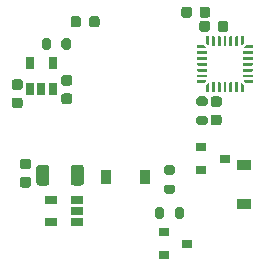
<source format=gbr>
%TF.GenerationSoftware,KiCad,Pcbnew,(5.1.6)-1*%
%TF.CreationDate,2020-11-30T19:53:59+01:00*%
%TF.ProjectId,PX12_Board,50583132-5f42-46f6-9172-642e6b696361,V1.0*%
%TF.SameCoordinates,Original*%
%TF.FileFunction,Paste,Top*%
%TF.FilePolarity,Positive*%
%FSLAX46Y46*%
G04 Gerber Fmt 4.6, Leading zero omitted, Abs format (unit mm)*
G04 Created by KiCad (PCBNEW (5.1.6)-1) date 2020-11-30 19:53:59*
%MOMM*%
%LPD*%
G01*
G04 APERTURE LIST*
%ADD10R,0.650000X1.060000*%
%ADD11R,0.900000X0.800000*%
%ADD12R,0.900000X1.200000*%
%ADD13R,1.200000X0.900000*%
%ADD14R,1.060000X0.650000*%
%ADD15C,0.100000*%
G04 APERTURE END LIST*
D10*
%TO.C,U1*%
X165500000Y-94400000D03*
X167400000Y-94400000D03*
X167400000Y-96600000D03*
X166450000Y-96600000D03*
X165500000Y-96600000D03*
%TD*%
%TO.C,C7*%
G36*
G01*
X181000000Y-97225000D02*
X181500000Y-97225000D01*
G75*
G02*
X181725000Y-97450000I0J-225000D01*
G01*
X181725000Y-97900000D01*
G75*
G02*
X181500000Y-98125000I-225000J0D01*
G01*
X181000000Y-98125000D01*
G75*
G02*
X180775000Y-97900000I0J225000D01*
G01*
X180775000Y-97450000D01*
G75*
G02*
X181000000Y-97225000I225000J0D01*
G01*
G37*
G36*
G01*
X181000000Y-98775000D02*
X181500000Y-98775000D01*
G75*
G02*
X181725000Y-99000000I0J-225000D01*
G01*
X181725000Y-99450000D01*
G75*
G02*
X181500000Y-99675000I-225000J0D01*
G01*
X181000000Y-99675000D01*
G75*
G02*
X180775000Y-99450000I0J225000D01*
G01*
X180775000Y-99000000D01*
G75*
G02*
X181000000Y-98775000I225000J0D01*
G01*
G37*
%TD*%
%TO.C,D3*%
G36*
G01*
X168925000Y-91156250D02*
X168925000Y-90643750D01*
G75*
G02*
X169143750Y-90425000I218750J0D01*
G01*
X169581250Y-90425000D01*
G75*
G02*
X169800000Y-90643750I0J-218750D01*
G01*
X169800000Y-91156250D01*
G75*
G02*
X169581250Y-91375000I-218750J0D01*
G01*
X169143750Y-91375000D01*
G75*
G02*
X168925000Y-91156250I0J218750D01*
G01*
G37*
G36*
G01*
X170500000Y-91156250D02*
X170500000Y-90643750D01*
G75*
G02*
X170718750Y-90425000I218750J0D01*
G01*
X171156250Y-90425000D01*
G75*
G02*
X171375000Y-90643750I0J-218750D01*
G01*
X171375000Y-91156250D01*
G75*
G02*
X171156250Y-91375000I-218750J0D01*
G01*
X170718750Y-91375000D01*
G75*
G02*
X170500000Y-91156250I0J218750D01*
G01*
G37*
%TD*%
%TO.C,C3*%
G36*
G01*
X182275000Y-91050000D02*
X182275000Y-91550000D01*
G75*
G02*
X182050000Y-91775000I-225000J0D01*
G01*
X181600000Y-91775000D01*
G75*
G02*
X181375000Y-91550000I0J225000D01*
G01*
X181375000Y-91050000D01*
G75*
G02*
X181600000Y-90825000I225000J0D01*
G01*
X182050000Y-90825000D01*
G75*
G02*
X182275000Y-91050000I0J-225000D01*
G01*
G37*
G36*
G01*
X180725000Y-91050000D02*
X180725000Y-91550000D01*
G75*
G02*
X180500000Y-91775000I-225000J0D01*
G01*
X180050000Y-91775000D01*
G75*
G02*
X179825000Y-91550000I0J225000D01*
G01*
X179825000Y-91050000D01*
G75*
G02*
X180050000Y-90825000I225000J0D01*
G01*
X180500000Y-90825000D01*
G75*
G02*
X180725000Y-91050000I0J-225000D01*
G01*
G37*
%TD*%
D11*
%TO.C,Q1*%
X182000000Y-102500000D03*
X180000000Y-103450000D03*
X180000000Y-101550000D03*
%TD*%
%TO.C,R4*%
G36*
G01*
X166500000Y-93075000D02*
X166500000Y-92525000D01*
G75*
G02*
X166700000Y-92325000I200000J0D01*
G01*
X167100000Y-92325000D01*
G75*
G02*
X167300000Y-92525000I0J-200000D01*
G01*
X167300000Y-93075000D01*
G75*
G02*
X167100000Y-93275000I-200000J0D01*
G01*
X166700000Y-93275000D01*
G75*
G02*
X166500000Y-93075000I0J200000D01*
G01*
G37*
G36*
G01*
X168150000Y-93075000D02*
X168150000Y-92525000D01*
G75*
G02*
X168350000Y-92325000I200000J0D01*
G01*
X168750000Y-92325000D01*
G75*
G02*
X168950000Y-92525000I0J-200000D01*
G01*
X168950000Y-93075000D01*
G75*
G02*
X168750000Y-93275000I-200000J0D01*
G01*
X168350000Y-93275000D01*
G75*
G02*
X168150000Y-93075000I0J200000D01*
G01*
G37*
%TD*%
%TO.C,C5*%
G36*
G01*
X168850000Y-96325000D02*
X168350000Y-96325000D01*
G75*
G02*
X168125000Y-96100000I0J225000D01*
G01*
X168125000Y-95650000D01*
G75*
G02*
X168350000Y-95425000I225000J0D01*
G01*
X168850000Y-95425000D01*
G75*
G02*
X169075000Y-95650000I0J-225000D01*
G01*
X169075000Y-96100000D01*
G75*
G02*
X168850000Y-96325000I-225000J0D01*
G01*
G37*
G36*
G01*
X168850000Y-97875000D02*
X168350000Y-97875000D01*
G75*
G02*
X168125000Y-97650000I0J225000D01*
G01*
X168125000Y-97200000D01*
G75*
G02*
X168350000Y-96975000I225000J0D01*
G01*
X168850000Y-96975000D01*
G75*
G02*
X169075000Y-97200000I0J-225000D01*
G01*
X169075000Y-97650000D01*
G75*
G02*
X168850000Y-97875000I-225000J0D01*
G01*
G37*
%TD*%
%TO.C,C6*%
G36*
G01*
X164150000Y-97325000D02*
X164650000Y-97325000D01*
G75*
G02*
X164875000Y-97550000I0J-225000D01*
G01*
X164875000Y-98000000D01*
G75*
G02*
X164650000Y-98225000I-225000J0D01*
G01*
X164150000Y-98225000D01*
G75*
G02*
X163925000Y-98000000I0J225000D01*
G01*
X163925000Y-97550000D01*
G75*
G02*
X164150000Y-97325000I225000J0D01*
G01*
G37*
G36*
G01*
X164150000Y-95775000D02*
X164650000Y-95775000D01*
G75*
G02*
X164875000Y-96000000I0J-225000D01*
G01*
X164875000Y-96450000D01*
G75*
G02*
X164650000Y-96675000I-225000J0D01*
G01*
X164150000Y-96675000D01*
G75*
G02*
X163925000Y-96450000I0J225000D01*
G01*
X163925000Y-96000000D01*
G75*
G02*
X164150000Y-95775000I225000J0D01*
G01*
G37*
%TD*%
%TO.C,Q2*%
X176800000Y-108750000D03*
X176800000Y-110650000D03*
X178800000Y-109700000D03*
%TD*%
%TO.C,R1*%
G36*
G01*
X177025000Y-103050000D02*
X177575000Y-103050000D01*
G75*
G02*
X177775000Y-103250000I0J-200000D01*
G01*
X177775000Y-103650000D01*
G75*
G02*
X177575000Y-103850000I-200000J0D01*
G01*
X177025000Y-103850000D01*
G75*
G02*
X176825000Y-103650000I0J200000D01*
G01*
X176825000Y-103250000D01*
G75*
G02*
X177025000Y-103050000I200000J0D01*
G01*
G37*
G36*
G01*
X177025000Y-104700000D02*
X177575000Y-104700000D01*
G75*
G02*
X177775000Y-104900000I0J-200000D01*
G01*
X177775000Y-105300000D01*
G75*
G02*
X177575000Y-105500000I-200000J0D01*
G01*
X177025000Y-105500000D01*
G75*
G02*
X176825000Y-105300000I0J200000D01*
G01*
X176825000Y-104900000D01*
G75*
G02*
X177025000Y-104700000I200000J0D01*
G01*
G37*
%TD*%
%TO.C,R5*%
G36*
G01*
X180325000Y-98025000D02*
X179775000Y-98025000D01*
G75*
G02*
X179575000Y-97825000I0J200000D01*
G01*
X179575000Y-97425000D01*
G75*
G02*
X179775000Y-97225000I200000J0D01*
G01*
X180325000Y-97225000D01*
G75*
G02*
X180525000Y-97425000I0J-200000D01*
G01*
X180525000Y-97825000D01*
G75*
G02*
X180325000Y-98025000I-200000J0D01*
G01*
G37*
G36*
G01*
X180325000Y-99675000D02*
X179775000Y-99675000D01*
G75*
G02*
X179575000Y-99475000I0J200000D01*
G01*
X179575000Y-99075000D01*
G75*
G02*
X179775000Y-98875000I200000J0D01*
G01*
X180325000Y-98875000D01*
G75*
G02*
X180525000Y-99075000I0J-200000D01*
G01*
X180525000Y-99475000D01*
G75*
G02*
X180325000Y-99675000I-200000J0D01*
G01*
G37*
%TD*%
D12*
%TO.C,D1*%
X175250000Y-104050000D03*
X171950000Y-104050000D03*
%TD*%
D13*
%TO.C,D2*%
X183600000Y-106350000D03*
X183600000Y-103050000D03*
%TD*%
%TO.C,R2*%
G36*
G01*
X170062500Y-103274997D02*
X170062500Y-104525003D01*
G75*
G02*
X169812503Y-104775000I-249997J0D01*
G01*
X169187497Y-104775000D01*
G75*
G02*
X168937500Y-104525003I0J249997D01*
G01*
X168937500Y-103274997D01*
G75*
G02*
X169187497Y-103025000I249997J0D01*
G01*
X169812503Y-103025000D01*
G75*
G02*
X170062500Y-103274997I0J-249997D01*
G01*
G37*
G36*
G01*
X167137500Y-103274997D02*
X167137500Y-104525003D01*
G75*
G02*
X166887503Y-104775000I-249997J0D01*
G01*
X166262497Y-104775000D01*
G75*
G02*
X166012500Y-104525003I0J249997D01*
G01*
X166012500Y-103274997D01*
G75*
G02*
X166262497Y-103025000I249997J0D01*
G01*
X166887503Y-103025000D01*
G75*
G02*
X167137500Y-103274997I0J-249997D01*
G01*
G37*
%TD*%
%TO.C,R3*%
G36*
G01*
X178525000Y-106825000D02*
X178525000Y-107375000D01*
G75*
G02*
X178325000Y-107575000I-200000J0D01*
G01*
X177925000Y-107575000D01*
G75*
G02*
X177725000Y-107375000I0J200000D01*
G01*
X177725000Y-106825000D01*
G75*
G02*
X177925000Y-106625000I200000J0D01*
G01*
X178325000Y-106625000D01*
G75*
G02*
X178525000Y-106825000I0J-200000D01*
G01*
G37*
G36*
G01*
X176875000Y-106825000D02*
X176875000Y-107375000D01*
G75*
G02*
X176675000Y-107575000I-200000J0D01*
G01*
X176275000Y-107575000D01*
G75*
G02*
X176075000Y-107375000I0J200000D01*
G01*
X176075000Y-106825000D01*
G75*
G02*
X176275000Y-106625000I200000J0D01*
G01*
X176675000Y-106625000D01*
G75*
G02*
X176875000Y-106825000I0J-200000D01*
G01*
G37*
%TD*%
D14*
%TO.C,U2*%
X169500000Y-107900000D03*
X169500000Y-106950000D03*
X169500000Y-106000000D03*
X167300000Y-106000000D03*
X167300000Y-107900000D03*
%TD*%
D15*
%TO.C,U3*%
G36*
X180375865Y-96289861D02*
G01*
X180378425Y-96281419D01*
X180382584Y-96273639D01*
X180388180Y-96266820D01*
X180521820Y-96133180D01*
X180528639Y-96127584D01*
X180536419Y-96123425D01*
X180544861Y-96120865D01*
X180553640Y-96120000D01*
X180580000Y-96120000D01*
X180588779Y-96120865D01*
X180597221Y-96123425D01*
X180605001Y-96127584D01*
X180611820Y-96133180D01*
X180617416Y-96139999D01*
X180621575Y-96147779D01*
X180624135Y-96156221D01*
X180625000Y-96165000D01*
X180625000Y-96830000D01*
X180624135Y-96838779D01*
X180621575Y-96847221D01*
X180617416Y-96855001D01*
X180611820Y-96861820D01*
X180605001Y-96867416D01*
X180597221Y-96871575D01*
X180588779Y-96874135D01*
X180580000Y-96875000D01*
X180420000Y-96875000D01*
X180411221Y-96874135D01*
X180402779Y-96871575D01*
X180394999Y-96867416D01*
X180388180Y-96861820D01*
X180382584Y-96855001D01*
X180378425Y-96847221D01*
X180375865Y-96838779D01*
X180375000Y-96830000D01*
X180375000Y-96298640D01*
X180375865Y-96289861D01*
G37*
G36*
G01*
X181062500Y-96875000D02*
X180937500Y-96875000D01*
G75*
G02*
X180875000Y-96812500I0J62500D01*
G01*
X180875000Y-96062500D01*
G75*
G02*
X180937500Y-96000000I62500J0D01*
G01*
X181062500Y-96000000D01*
G75*
G02*
X181125000Y-96062500I0J-62500D01*
G01*
X181125000Y-96812500D01*
G75*
G02*
X181062500Y-96875000I-62500J0D01*
G01*
G37*
G36*
G01*
X181562500Y-96875000D02*
X181437500Y-96875000D01*
G75*
G02*
X181375000Y-96812500I0J62500D01*
G01*
X181375000Y-96062500D01*
G75*
G02*
X181437500Y-96000000I62500J0D01*
G01*
X181562500Y-96000000D01*
G75*
G02*
X181625000Y-96062500I0J-62500D01*
G01*
X181625000Y-96812500D01*
G75*
G02*
X181562500Y-96875000I-62500J0D01*
G01*
G37*
G36*
G01*
X182062500Y-96875000D02*
X181937500Y-96875000D01*
G75*
G02*
X181875000Y-96812500I0J62500D01*
G01*
X181875000Y-96062500D01*
G75*
G02*
X181937500Y-96000000I62500J0D01*
G01*
X182062500Y-96000000D01*
G75*
G02*
X182125000Y-96062500I0J-62500D01*
G01*
X182125000Y-96812500D01*
G75*
G02*
X182062500Y-96875000I-62500J0D01*
G01*
G37*
G36*
G01*
X182562500Y-96875000D02*
X182437500Y-96875000D01*
G75*
G02*
X182375000Y-96812500I0J62500D01*
G01*
X182375000Y-96062500D01*
G75*
G02*
X182437500Y-96000000I62500J0D01*
G01*
X182562500Y-96000000D01*
G75*
G02*
X182625000Y-96062500I0J-62500D01*
G01*
X182625000Y-96812500D01*
G75*
G02*
X182562500Y-96875000I-62500J0D01*
G01*
G37*
G36*
G01*
X183062500Y-96875000D02*
X182937500Y-96875000D01*
G75*
G02*
X182875000Y-96812500I0J62500D01*
G01*
X182875000Y-96062500D01*
G75*
G02*
X182937500Y-96000000I62500J0D01*
G01*
X183062500Y-96000000D01*
G75*
G02*
X183125000Y-96062500I0J-62500D01*
G01*
X183125000Y-96812500D01*
G75*
G02*
X183062500Y-96875000I-62500J0D01*
G01*
G37*
G36*
X183375865Y-96156221D02*
G01*
X183378425Y-96147779D01*
X183382584Y-96139999D01*
X183388180Y-96133180D01*
X183394999Y-96127584D01*
X183402779Y-96123425D01*
X183411221Y-96120865D01*
X183420000Y-96120000D01*
X183446360Y-96120000D01*
X183455139Y-96120865D01*
X183463581Y-96123425D01*
X183471361Y-96127584D01*
X183478180Y-96133180D01*
X183611820Y-96266820D01*
X183617416Y-96273639D01*
X183621575Y-96281419D01*
X183624135Y-96289861D01*
X183625000Y-96298640D01*
X183625000Y-96830000D01*
X183624135Y-96838779D01*
X183621575Y-96847221D01*
X183617416Y-96855001D01*
X183611820Y-96861820D01*
X183605001Y-96867416D01*
X183597221Y-96871575D01*
X183588779Y-96874135D01*
X183580000Y-96875000D01*
X183420000Y-96875000D01*
X183411221Y-96874135D01*
X183402779Y-96871575D01*
X183394999Y-96867416D01*
X183388180Y-96861820D01*
X183382584Y-96855001D01*
X183378425Y-96847221D01*
X183375865Y-96838779D01*
X183375000Y-96830000D01*
X183375000Y-96165000D01*
X183375865Y-96156221D01*
G37*
G36*
X183620865Y-95911221D02*
G01*
X183623425Y-95902779D01*
X183627584Y-95894999D01*
X183633180Y-95888180D01*
X183639999Y-95882584D01*
X183647779Y-95878425D01*
X183656221Y-95875865D01*
X183665000Y-95875000D01*
X184330000Y-95875000D01*
X184338779Y-95875865D01*
X184347221Y-95878425D01*
X184355001Y-95882584D01*
X184361820Y-95888180D01*
X184367416Y-95894999D01*
X184371575Y-95902779D01*
X184374135Y-95911221D01*
X184375000Y-95920000D01*
X184375000Y-96080000D01*
X184374135Y-96088779D01*
X184371575Y-96097221D01*
X184367416Y-96105001D01*
X184361820Y-96111820D01*
X184355001Y-96117416D01*
X184347221Y-96121575D01*
X184338779Y-96124135D01*
X184330000Y-96125000D01*
X183798640Y-96125000D01*
X183789861Y-96124135D01*
X183781419Y-96121575D01*
X183773639Y-96117416D01*
X183766820Y-96111820D01*
X183633180Y-95978180D01*
X183627584Y-95971361D01*
X183623425Y-95963581D01*
X183620865Y-95955139D01*
X183620000Y-95946360D01*
X183620000Y-95920000D01*
X183620865Y-95911221D01*
G37*
G36*
G01*
X184312500Y-95625000D02*
X183562500Y-95625000D01*
G75*
G02*
X183500000Y-95562500I0J62500D01*
G01*
X183500000Y-95437500D01*
G75*
G02*
X183562500Y-95375000I62500J0D01*
G01*
X184312500Y-95375000D01*
G75*
G02*
X184375000Y-95437500I0J-62500D01*
G01*
X184375000Y-95562500D01*
G75*
G02*
X184312500Y-95625000I-62500J0D01*
G01*
G37*
G36*
G01*
X184312500Y-95125000D02*
X183562500Y-95125000D01*
G75*
G02*
X183500000Y-95062500I0J62500D01*
G01*
X183500000Y-94937500D01*
G75*
G02*
X183562500Y-94875000I62500J0D01*
G01*
X184312500Y-94875000D01*
G75*
G02*
X184375000Y-94937500I0J-62500D01*
G01*
X184375000Y-95062500D01*
G75*
G02*
X184312500Y-95125000I-62500J0D01*
G01*
G37*
G36*
G01*
X184312500Y-94625000D02*
X183562500Y-94625000D01*
G75*
G02*
X183500000Y-94562500I0J62500D01*
G01*
X183500000Y-94437500D01*
G75*
G02*
X183562500Y-94375000I62500J0D01*
G01*
X184312500Y-94375000D01*
G75*
G02*
X184375000Y-94437500I0J-62500D01*
G01*
X184375000Y-94562500D01*
G75*
G02*
X184312500Y-94625000I-62500J0D01*
G01*
G37*
G36*
G01*
X184312500Y-94125000D02*
X183562500Y-94125000D01*
G75*
G02*
X183500000Y-94062500I0J62500D01*
G01*
X183500000Y-93937500D01*
G75*
G02*
X183562500Y-93875000I62500J0D01*
G01*
X184312500Y-93875000D01*
G75*
G02*
X184375000Y-93937500I0J-62500D01*
G01*
X184375000Y-94062500D01*
G75*
G02*
X184312500Y-94125000I-62500J0D01*
G01*
G37*
G36*
G01*
X184312500Y-93625000D02*
X183562500Y-93625000D01*
G75*
G02*
X183500000Y-93562500I0J62500D01*
G01*
X183500000Y-93437500D01*
G75*
G02*
X183562500Y-93375000I62500J0D01*
G01*
X184312500Y-93375000D01*
G75*
G02*
X184375000Y-93437500I0J-62500D01*
G01*
X184375000Y-93562500D01*
G75*
G02*
X184312500Y-93625000I-62500J0D01*
G01*
G37*
G36*
X183620865Y-93044861D02*
G01*
X183623425Y-93036419D01*
X183627584Y-93028639D01*
X183633180Y-93021820D01*
X183766820Y-92888180D01*
X183773639Y-92882584D01*
X183781419Y-92878425D01*
X183789861Y-92875865D01*
X183798640Y-92875000D01*
X184330000Y-92875000D01*
X184338779Y-92875865D01*
X184347221Y-92878425D01*
X184355001Y-92882584D01*
X184361820Y-92888180D01*
X184367416Y-92894999D01*
X184371575Y-92902779D01*
X184374135Y-92911221D01*
X184375000Y-92920000D01*
X184375000Y-93080000D01*
X184374135Y-93088779D01*
X184371575Y-93097221D01*
X184367416Y-93105001D01*
X184361820Y-93111820D01*
X184355001Y-93117416D01*
X184347221Y-93121575D01*
X184338779Y-93124135D01*
X184330000Y-93125000D01*
X183665000Y-93125000D01*
X183656221Y-93124135D01*
X183647779Y-93121575D01*
X183639999Y-93117416D01*
X183633180Y-93111820D01*
X183627584Y-93105001D01*
X183623425Y-93097221D01*
X183620865Y-93088779D01*
X183620000Y-93080000D01*
X183620000Y-93053640D01*
X183620865Y-93044861D01*
G37*
G36*
X183375865Y-92161221D02*
G01*
X183378425Y-92152779D01*
X183382584Y-92144999D01*
X183388180Y-92138180D01*
X183394999Y-92132584D01*
X183402779Y-92128425D01*
X183411221Y-92125865D01*
X183420000Y-92125000D01*
X183580000Y-92125000D01*
X183588779Y-92125865D01*
X183597221Y-92128425D01*
X183605001Y-92132584D01*
X183611820Y-92138180D01*
X183617416Y-92144999D01*
X183621575Y-92152779D01*
X183624135Y-92161221D01*
X183625000Y-92170000D01*
X183625000Y-92701360D01*
X183624135Y-92710139D01*
X183621575Y-92718581D01*
X183617416Y-92726361D01*
X183611820Y-92733180D01*
X183478180Y-92866820D01*
X183471361Y-92872416D01*
X183463581Y-92876575D01*
X183455139Y-92879135D01*
X183446360Y-92880000D01*
X183420000Y-92880000D01*
X183411221Y-92879135D01*
X183402779Y-92876575D01*
X183394999Y-92872416D01*
X183388180Y-92866820D01*
X183382584Y-92860001D01*
X183378425Y-92852221D01*
X183375865Y-92843779D01*
X183375000Y-92835000D01*
X183375000Y-92170000D01*
X183375865Y-92161221D01*
G37*
G36*
G01*
X183062500Y-93000000D02*
X182937500Y-93000000D01*
G75*
G02*
X182875000Y-92937500I0J62500D01*
G01*
X182875000Y-92187500D01*
G75*
G02*
X182937500Y-92125000I62500J0D01*
G01*
X183062500Y-92125000D01*
G75*
G02*
X183125000Y-92187500I0J-62500D01*
G01*
X183125000Y-92937500D01*
G75*
G02*
X183062500Y-93000000I-62500J0D01*
G01*
G37*
G36*
G01*
X182562500Y-93000000D02*
X182437500Y-93000000D01*
G75*
G02*
X182375000Y-92937500I0J62500D01*
G01*
X182375000Y-92187500D01*
G75*
G02*
X182437500Y-92125000I62500J0D01*
G01*
X182562500Y-92125000D01*
G75*
G02*
X182625000Y-92187500I0J-62500D01*
G01*
X182625000Y-92937500D01*
G75*
G02*
X182562500Y-93000000I-62500J0D01*
G01*
G37*
G36*
G01*
X182062500Y-93000000D02*
X181937500Y-93000000D01*
G75*
G02*
X181875000Y-92937500I0J62500D01*
G01*
X181875000Y-92187500D01*
G75*
G02*
X181937500Y-92125000I62500J0D01*
G01*
X182062500Y-92125000D01*
G75*
G02*
X182125000Y-92187500I0J-62500D01*
G01*
X182125000Y-92937500D01*
G75*
G02*
X182062500Y-93000000I-62500J0D01*
G01*
G37*
G36*
G01*
X181562500Y-93000000D02*
X181437500Y-93000000D01*
G75*
G02*
X181375000Y-92937500I0J62500D01*
G01*
X181375000Y-92187500D01*
G75*
G02*
X181437500Y-92125000I62500J0D01*
G01*
X181562500Y-92125000D01*
G75*
G02*
X181625000Y-92187500I0J-62500D01*
G01*
X181625000Y-92937500D01*
G75*
G02*
X181562500Y-93000000I-62500J0D01*
G01*
G37*
G36*
G01*
X181062500Y-93000000D02*
X180937500Y-93000000D01*
G75*
G02*
X180875000Y-92937500I0J62500D01*
G01*
X180875000Y-92187500D01*
G75*
G02*
X180937500Y-92125000I62500J0D01*
G01*
X181062500Y-92125000D01*
G75*
G02*
X181125000Y-92187500I0J-62500D01*
G01*
X181125000Y-92937500D01*
G75*
G02*
X181062500Y-93000000I-62500J0D01*
G01*
G37*
G36*
X180375865Y-92161221D02*
G01*
X180378425Y-92152779D01*
X180382584Y-92144999D01*
X180388180Y-92138180D01*
X180394999Y-92132584D01*
X180402779Y-92128425D01*
X180411221Y-92125865D01*
X180420000Y-92125000D01*
X180580000Y-92125000D01*
X180588779Y-92125865D01*
X180597221Y-92128425D01*
X180605001Y-92132584D01*
X180611820Y-92138180D01*
X180617416Y-92144999D01*
X180621575Y-92152779D01*
X180624135Y-92161221D01*
X180625000Y-92170000D01*
X180625000Y-92835000D01*
X180624135Y-92843779D01*
X180621575Y-92852221D01*
X180617416Y-92860001D01*
X180611820Y-92866820D01*
X180605001Y-92872416D01*
X180597221Y-92876575D01*
X180588779Y-92879135D01*
X180580000Y-92880000D01*
X180553640Y-92880000D01*
X180544861Y-92879135D01*
X180536419Y-92876575D01*
X180528639Y-92872416D01*
X180521820Y-92866820D01*
X180388180Y-92733180D01*
X180382584Y-92726361D01*
X180378425Y-92718581D01*
X180375865Y-92710139D01*
X180375000Y-92701360D01*
X180375000Y-92170000D01*
X180375865Y-92161221D01*
G37*
G36*
X179625865Y-92911221D02*
G01*
X179628425Y-92902779D01*
X179632584Y-92894999D01*
X179638180Y-92888180D01*
X179644999Y-92882584D01*
X179652779Y-92878425D01*
X179661221Y-92875865D01*
X179670000Y-92875000D01*
X180201360Y-92875000D01*
X180210139Y-92875865D01*
X180218581Y-92878425D01*
X180226361Y-92882584D01*
X180233180Y-92888180D01*
X180366820Y-93021820D01*
X180372416Y-93028639D01*
X180376575Y-93036419D01*
X180379135Y-93044861D01*
X180380000Y-93053640D01*
X180380000Y-93080000D01*
X180379135Y-93088779D01*
X180376575Y-93097221D01*
X180372416Y-93105001D01*
X180366820Y-93111820D01*
X180360001Y-93117416D01*
X180352221Y-93121575D01*
X180343779Y-93124135D01*
X180335000Y-93125000D01*
X179670000Y-93125000D01*
X179661221Y-93124135D01*
X179652779Y-93121575D01*
X179644999Y-93117416D01*
X179638180Y-93111820D01*
X179632584Y-93105001D01*
X179628425Y-93097221D01*
X179625865Y-93088779D01*
X179625000Y-93080000D01*
X179625000Y-92920000D01*
X179625865Y-92911221D01*
G37*
G36*
G01*
X180437500Y-93625000D02*
X179687500Y-93625000D01*
G75*
G02*
X179625000Y-93562500I0J62500D01*
G01*
X179625000Y-93437500D01*
G75*
G02*
X179687500Y-93375000I62500J0D01*
G01*
X180437500Y-93375000D01*
G75*
G02*
X180500000Y-93437500I0J-62500D01*
G01*
X180500000Y-93562500D01*
G75*
G02*
X180437500Y-93625000I-62500J0D01*
G01*
G37*
G36*
G01*
X180437500Y-94125000D02*
X179687500Y-94125000D01*
G75*
G02*
X179625000Y-94062500I0J62500D01*
G01*
X179625000Y-93937500D01*
G75*
G02*
X179687500Y-93875000I62500J0D01*
G01*
X180437500Y-93875000D01*
G75*
G02*
X180500000Y-93937500I0J-62500D01*
G01*
X180500000Y-94062500D01*
G75*
G02*
X180437500Y-94125000I-62500J0D01*
G01*
G37*
G36*
G01*
X180437500Y-94625000D02*
X179687500Y-94625000D01*
G75*
G02*
X179625000Y-94562500I0J62500D01*
G01*
X179625000Y-94437500D01*
G75*
G02*
X179687500Y-94375000I62500J0D01*
G01*
X180437500Y-94375000D01*
G75*
G02*
X180500000Y-94437500I0J-62500D01*
G01*
X180500000Y-94562500D01*
G75*
G02*
X180437500Y-94625000I-62500J0D01*
G01*
G37*
G36*
G01*
X180437500Y-95125000D02*
X179687500Y-95125000D01*
G75*
G02*
X179625000Y-95062500I0J62500D01*
G01*
X179625000Y-94937500D01*
G75*
G02*
X179687500Y-94875000I62500J0D01*
G01*
X180437500Y-94875000D01*
G75*
G02*
X180500000Y-94937500I0J-62500D01*
G01*
X180500000Y-95062500D01*
G75*
G02*
X180437500Y-95125000I-62500J0D01*
G01*
G37*
G36*
G01*
X180437500Y-95625000D02*
X179687500Y-95625000D01*
G75*
G02*
X179625000Y-95562500I0J62500D01*
G01*
X179625000Y-95437500D01*
G75*
G02*
X179687500Y-95375000I62500J0D01*
G01*
X180437500Y-95375000D01*
G75*
G02*
X180500000Y-95437500I0J-62500D01*
G01*
X180500000Y-95562500D01*
G75*
G02*
X180437500Y-95625000I-62500J0D01*
G01*
G37*
G36*
X179625865Y-95911221D02*
G01*
X179628425Y-95902779D01*
X179632584Y-95894999D01*
X179638180Y-95888180D01*
X179644999Y-95882584D01*
X179652779Y-95878425D01*
X179661221Y-95875865D01*
X179670000Y-95875000D01*
X180335000Y-95875000D01*
X180343779Y-95875865D01*
X180352221Y-95878425D01*
X180360001Y-95882584D01*
X180366820Y-95888180D01*
X180372416Y-95894999D01*
X180376575Y-95902779D01*
X180379135Y-95911221D01*
X180380000Y-95920000D01*
X180380000Y-95946360D01*
X180379135Y-95955139D01*
X180376575Y-95963581D01*
X180372416Y-95971361D01*
X180366820Y-95978180D01*
X180233180Y-96111820D01*
X180226361Y-96117416D01*
X180218581Y-96121575D01*
X180210139Y-96124135D01*
X180201360Y-96125000D01*
X179670000Y-96125000D01*
X179661221Y-96124135D01*
X179652779Y-96121575D01*
X179644999Y-96117416D01*
X179638180Y-96111820D01*
X179632584Y-96105001D01*
X179628425Y-96097221D01*
X179625865Y-96088779D01*
X179625000Y-96080000D01*
X179625000Y-95920000D01*
X179625865Y-95911221D01*
G37*
%TD*%
%TO.C,C1*%
G36*
G01*
X179200000Y-89850000D02*
X179200000Y-90350000D01*
G75*
G02*
X178975000Y-90575000I-225000J0D01*
G01*
X178525000Y-90575000D01*
G75*
G02*
X178300000Y-90350000I0J225000D01*
G01*
X178300000Y-89850000D01*
G75*
G02*
X178525000Y-89625000I225000J0D01*
G01*
X178975000Y-89625000D01*
G75*
G02*
X179200000Y-89850000I0J-225000D01*
G01*
G37*
G36*
G01*
X180750000Y-89850000D02*
X180750000Y-90350000D01*
G75*
G02*
X180525000Y-90575000I-225000J0D01*
G01*
X180075000Y-90575000D01*
G75*
G02*
X179850000Y-90350000I0J225000D01*
G01*
X179850000Y-89850000D01*
G75*
G02*
X180075000Y-89625000I225000J0D01*
G01*
X180525000Y-89625000D01*
G75*
G02*
X180750000Y-89850000I0J-225000D01*
G01*
G37*
%TD*%
%TO.C,C2*%
G36*
G01*
X165350000Y-104950000D02*
X164850000Y-104950000D01*
G75*
G02*
X164625000Y-104725000I0J225000D01*
G01*
X164625000Y-104275000D01*
G75*
G02*
X164850000Y-104050000I225000J0D01*
G01*
X165350000Y-104050000D01*
G75*
G02*
X165575000Y-104275000I0J-225000D01*
G01*
X165575000Y-104725000D01*
G75*
G02*
X165350000Y-104950000I-225000J0D01*
G01*
G37*
G36*
G01*
X165350000Y-103400000D02*
X164850000Y-103400000D01*
G75*
G02*
X164625000Y-103175000I0J225000D01*
G01*
X164625000Y-102725000D01*
G75*
G02*
X164850000Y-102500000I225000J0D01*
G01*
X165350000Y-102500000D01*
G75*
G02*
X165575000Y-102725000I0J-225000D01*
G01*
X165575000Y-103175000D01*
G75*
G02*
X165350000Y-103400000I-225000J0D01*
G01*
G37*
%TD*%
M02*

</source>
